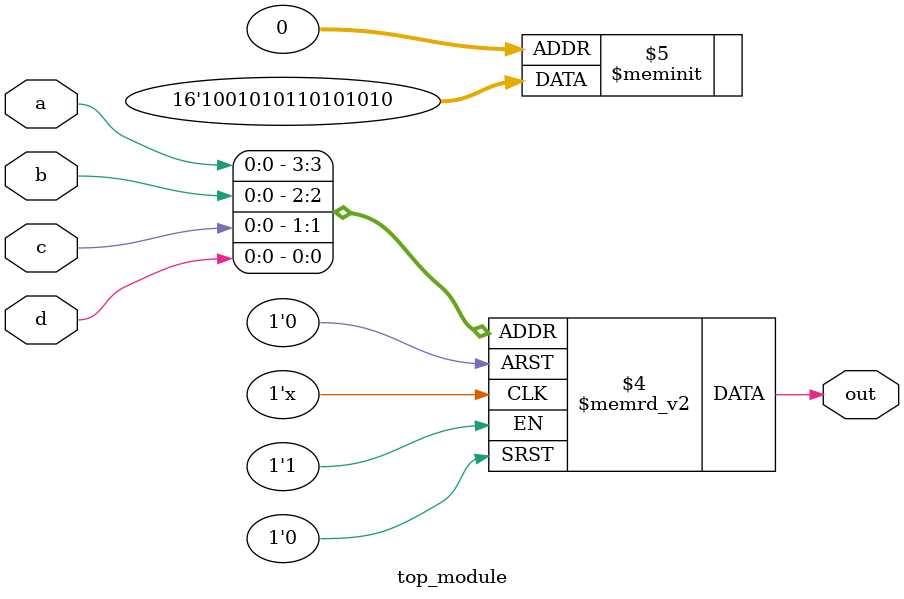
<source format=sv>
module top_module (
  input a, 
  input b,
  input c,
  input d,
  output reg out
);

  always @(*) begin
    case({a,b,c,d})
      4'b0000: out = 1'b0;
      4'b0001: out = 1'b1;
      4'b0010: out = 1'b0;
      4'b0011: out = 1'b1;
      4'b0100: out = 1'b0;
      4'b0101: out = 1'b1;
      4'b0110: out = 1'b0;
      4'b0111: out = 1'b1;
      4'b1000: out = 1'b1;
      4'b1001: out = 1'b0;
      4'b1010: out = 1'b1;
      4'b1011: out = 1'b0;
      4'b1100: out = 1'b1;
      4'b1101: out = 1'b0;
      4'b1110: out = 1'b0;
      4'b1111: out = 1'b1;
      default: out = 1'b0;
    endcase
  end

endmodule

</source>
